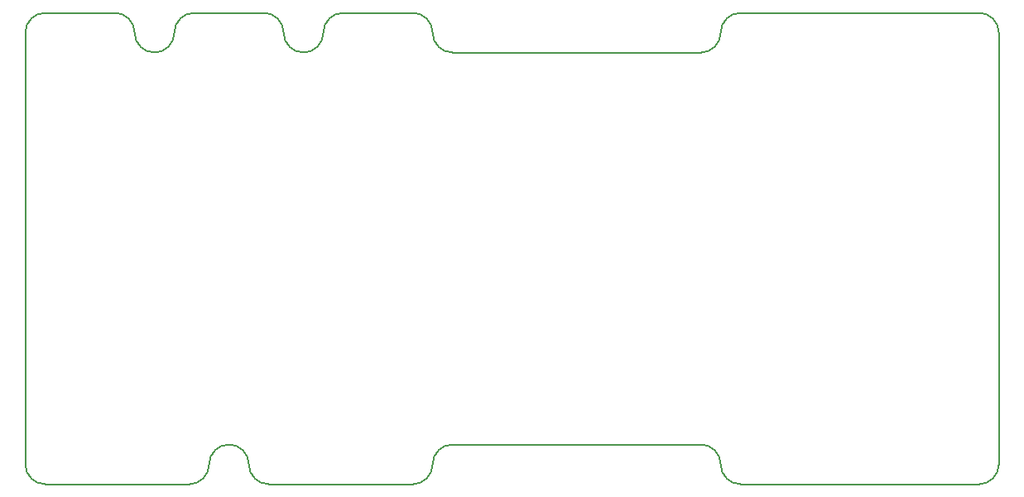
<source format=gbr>
%TF.GenerationSoftware,KiCad,Pcbnew,6.0.4-1.fc35*%
%TF.CreationDate,2022-04-18T17:29:04+01:00*%
%TF.ProjectId,esc,6573632e-6b69-4636-9164-5f7063625858,rev?*%
%TF.SameCoordinates,Original*%
%TF.FileFunction,Profile,NP*%
%FSLAX46Y46*%
G04 Gerber Fmt 4.6, Leading zero omitted, Abs format (unit mm)*
G04 Created by KiCad (PCBNEW 6.0.4-1.fc35) date 2022-04-18 17:29:04*
%MOMM*%
%LPD*%
G01*
G04 APERTURE LIST*
%TA.AperFunction,Profile*%
%ADD10C,0.200000*%
%TD*%
G04 APERTURE END LIST*
D10*
X169164000Y-35052000D02*
G75*
G03*
X171196000Y-33020000I0J2032000D01*
G01*
X124968000Y-79248000D02*
X139700000Y-79248000D01*
X126492000Y-33020000D02*
G75*
G03*
X124460000Y-30988000I-2032000J0D01*
G01*
X117348000Y-30988000D02*
X124460000Y-30988000D01*
X132588000Y-30988000D02*
X139700000Y-30988000D01*
X132588000Y-30988000D02*
G75*
G03*
X130556000Y-33020000I0J-2032000D01*
G01*
X173228000Y-30988000D02*
G75*
G03*
X171196000Y-33020000I0J-2032000D01*
G01*
X143764000Y-75184000D02*
G75*
G03*
X141732000Y-77216000I0J-2032000D01*
G01*
X102108000Y-30988000D02*
X109220000Y-30988000D01*
X141732000Y-33020000D02*
G75*
G03*
X143764000Y-35052000I2032000J0D01*
G01*
X102108000Y-79248000D02*
X116840000Y-79248000D01*
X102108000Y-30988000D02*
G75*
G03*
X100076000Y-33020000I0J-2032000D01*
G01*
X100076000Y-33020000D02*
X100076000Y-35052000D01*
X100076000Y-77216000D02*
X100076000Y-35052000D01*
X128524000Y-35052000D02*
G75*
G03*
X130556000Y-33020000I0J2032000D01*
G01*
X122936000Y-77216000D02*
G75*
G03*
X124968000Y-79248000I2032000J0D01*
G01*
X117348000Y-30988000D02*
G75*
G03*
X115316000Y-33020000I0J-2032000D01*
G01*
X171196000Y-77216000D02*
G75*
G03*
X169164000Y-75184000I-2032000J0D01*
G01*
X116840000Y-79248000D02*
G75*
G03*
X118872000Y-77216000I0J2032000D01*
G01*
X111252000Y-33020000D02*
G75*
G03*
X109220000Y-30988000I-2032000J0D01*
G01*
X197612000Y-79248000D02*
G75*
G03*
X199644000Y-77216000I0J2032000D01*
G01*
X197612000Y-79248000D02*
X173228000Y-79248000D01*
X122936000Y-77216000D02*
G75*
G03*
X120904000Y-75184000I-2032000J0D01*
G01*
X143764000Y-75184000D02*
X169164000Y-75184000D01*
X113284000Y-35052000D02*
G75*
G03*
X115316000Y-33020000I0J2032000D01*
G01*
X171196000Y-77216000D02*
G75*
G03*
X173228000Y-79248000I2032000J0D01*
G01*
X169164000Y-35052000D02*
X143764000Y-35052000D01*
X126492000Y-33020000D02*
G75*
G03*
X128524000Y-35052000I2032000J0D01*
G01*
X199644000Y-77216000D02*
X199644000Y-33020000D01*
X100076000Y-77216000D02*
G75*
G03*
X102108000Y-79248000I2032000J0D01*
G01*
X139700000Y-79248000D02*
G75*
G03*
X141732000Y-77216000I0J2032000D01*
G01*
X173228000Y-30988000D02*
X197612000Y-30988000D01*
X141732000Y-33020000D02*
G75*
G03*
X139700000Y-30988000I-2032000J0D01*
G01*
X111252000Y-33020000D02*
G75*
G03*
X113284000Y-35052000I2032000J0D01*
G01*
X120904000Y-75184000D02*
G75*
G03*
X118872000Y-77216000I0J-2032000D01*
G01*
X199644000Y-33020000D02*
G75*
G03*
X197612000Y-30988000I-2032000J0D01*
G01*
M02*

</source>
